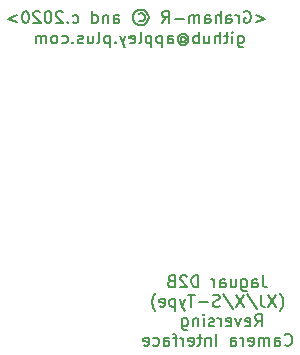
<source format=gbr>
G04 #@! TF.GenerationSoftware,KiCad,Pcbnew,5.1.5-1.fc31*
G04 #@! TF.CreationDate,2020-04-28T16:33:23+01:00*
G04 #@! TF.ProjectId,ReversingCam_FSAV433_ATTINY85_v3.2,52657665-7273-4696-9e67-43616d5f4653,V3.2*
G04 #@! TF.SameCoordinates,Original*
G04 #@! TF.FileFunction,Legend,Bot*
G04 #@! TF.FilePolarity,Positive*
%FSLAX46Y46*%
G04 Gerber Fmt 4.6, Leading zero omitted, Abs format (unit mm)*
G04 Created by KiCad (PCBNEW 5.1.5-1.fc31) date 2020-04-28 16:33:23*
%MOMM*%
%LPD*%
G04 APERTURE LIST*
%ADD10C,0.150000*%
G04 APERTURE END LIST*
D10*
X128483047Y-26506514D02*
X129244952Y-26792228D01*
X128483047Y-27077942D01*
X127483047Y-26220800D02*
X127578285Y-26173180D01*
X127721142Y-26173180D01*
X127864000Y-26220800D01*
X127959238Y-26316038D01*
X128006857Y-26411276D01*
X128054476Y-26601752D01*
X128054476Y-26744609D01*
X128006857Y-26935085D01*
X127959238Y-27030323D01*
X127864000Y-27125561D01*
X127721142Y-27173180D01*
X127625904Y-27173180D01*
X127483047Y-27125561D01*
X127435428Y-27077942D01*
X127435428Y-26744609D01*
X127625904Y-26744609D01*
X127006857Y-27173180D02*
X127006857Y-26506514D01*
X127006857Y-26696990D02*
X126959238Y-26601752D01*
X126911619Y-26554133D01*
X126816380Y-26506514D01*
X126721142Y-26506514D01*
X125959238Y-27173180D02*
X125959238Y-26649371D01*
X126006857Y-26554133D01*
X126102095Y-26506514D01*
X126292571Y-26506514D01*
X126387809Y-26554133D01*
X125959238Y-27125561D02*
X126054476Y-27173180D01*
X126292571Y-27173180D01*
X126387809Y-27125561D01*
X126435428Y-27030323D01*
X126435428Y-26935085D01*
X126387809Y-26839847D01*
X126292571Y-26792228D01*
X126054476Y-26792228D01*
X125959238Y-26744609D01*
X125483047Y-27173180D02*
X125483047Y-26173180D01*
X125054476Y-27173180D02*
X125054476Y-26649371D01*
X125102095Y-26554133D01*
X125197333Y-26506514D01*
X125340190Y-26506514D01*
X125435428Y-26554133D01*
X125483047Y-26601752D01*
X124149714Y-27173180D02*
X124149714Y-26649371D01*
X124197333Y-26554133D01*
X124292571Y-26506514D01*
X124483047Y-26506514D01*
X124578285Y-26554133D01*
X124149714Y-27125561D02*
X124244952Y-27173180D01*
X124483047Y-27173180D01*
X124578285Y-27125561D01*
X124625904Y-27030323D01*
X124625904Y-26935085D01*
X124578285Y-26839847D01*
X124483047Y-26792228D01*
X124244952Y-26792228D01*
X124149714Y-26744609D01*
X123673523Y-27173180D02*
X123673523Y-26506514D01*
X123673523Y-26601752D02*
X123625904Y-26554133D01*
X123530666Y-26506514D01*
X123387809Y-26506514D01*
X123292571Y-26554133D01*
X123244952Y-26649371D01*
X123244952Y-27173180D01*
X123244952Y-26649371D02*
X123197333Y-26554133D01*
X123102095Y-26506514D01*
X122959238Y-26506514D01*
X122864000Y-26554133D01*
X122816380Y-26649371D01*
X122816380Y-27173180D01*
X122340190Y-26792228D02*
X121578285Y-26792228D01*
X120530666Y-27173180D02*
X120864000Y-26696990D01*
X121102095Y-27173180D02*
X121102095Y-26173180D01*
X120721142Y-26173180D01*
X120625904Y-26220800D01*
X120578285Y-26268419D01*
X120530666Y-26363657D01*
X120530666Y-26506514D01*
X120578285Y-26601752D01*
X120625904Y-26649371D01*
X120721142Y-26696990D01*
X121102095Y-26696990D01*
X118530666Y-26411276D02*
X118625904Y-26363657D01*
X118816380Y-26363657D01*
X118911619Y-26411276D01*
X119006857Y-26506514D01*
X119054476Y-26601752D01*
X119054476Y-26792228D01*
X119006857Y-26887466D01*
X118911619Y-26982704D01*
X118816380Y-27030323D01*
X118625904Y-27030323D01*
X118530666Y-26982704D01*
X118721142Y-26030323D02*
X118959238Y-26077942D01*
X119197333Y-26220800D01*
X119340190Y-26458895D01*
X119387809Y-26696990D01*
X119340190Y-26935085D01*
X119197333Y-27173180D01*
X118959238Y-27316038D01*
X118721142Y-27363657D01*
X118483047Y-27316038D01*
X118244952Y-27173180D01*
X118102095Y-26935085D01*
X118054476Y-26696990D01*
X118102095Y-26458895D01*
X118244952Y-26220800D01*
X118483047Y-26077942D01*
X118721142Y-26030323D01*
X116435428Y-27173180D02*
X116435428Y-26649371D01*
X116483047Y-26554133D01*
X116578285Y-26506514D01*
X116768761Y-26506514D01*
X116864000Y-26554133D01*
X116435428Y-27125561D02*
X116530666Y-27173180D01*
X116768761Y-27173180D01*
X116864000Y-27125561D01*
X116911619Y-27030323D01*
X116911619Y-26935085D01*
X116864000Y-26839847D01*
X116768761Y-26792228D01*
X116530666Y-26792228D01*
X116435428Y-26744609D01*
X115959238Y-26506514D02*
X115959238Y-27173180D01*
X115959238Y-26601752D02*
X115911619Y-26554133D01*
X115816380Y-26506514D01*
X115673523Y-26506514D01*
X115578285Y-26554133D01*
X115530666Y-26649371D01*
X115530666Y-27173180D01*
X114625904Y-27173180D02*
X114625904Y-26173180D01*
X114625904Y-27125561D02*
X114721142Y-27173180D01*
X114911619Y-27173180D01*
X115006857Y-27125561D01*
X115054476Y-27077942D01*
X115102095Y-26982704D01*
X115102095Y-26696990D01*
X115054476Y-26601752D01*
X115006857Y-26554133D01*
X114911619Y-26506514D01*
X114721142Y-26506514D01*
X114625904Y-26554133D01*
X112959238Y-27125561D02*
X113054476Y-27173180D01*
X113244952Y-27173180D01*
X113340190Y-27125561D01*
X113387809Y-27077942D01*
X113435428Y-26982704D01*
X113435428Y-26696990D01*
X113387809Y-26601752D01*
X113340190Y-26554133D01*
X113244952Y-26506514D01*
X113054476Y-26506514D01*
X112959238Y-26554133D01*
X112530666Y-27077942D02*
X112483047Y-27125561D01*
X112530666Y-27173180D01*
X112578285Y-27125561D01*
X112530666Y-27077942D01*
X112530666Y-27173180D01*
X112102095Y-26268419D02*
X112054476Y-26220800D01*
X111959238Y-26173180D01*
X111721142Y-26173180D01*
X111625904Y-26220800D01*
X111578285Y-26268419D01*
X111530666Y-26363657D01*
X111530666Y-26458895D01*
X111578285Y-26601752D01*
X112149714Y-27173180D01*
X111530666Y-27173180D01*
X110911619Y-26173180D02*
X110816380Y-26173180D01*
X110721142Y-26220800D01*
X110673523Y-26268419D01*
X110625904Y-26363657D01*
X110578285Y-26554133D01*
X110578285Y-26792228D01*
X110625904Y-26982704D01*
X110673523Y-27077942D01*
X110721142Y-27125561D01*
X110816380Y-27173180D01*
X110911619Y-27173180D01*
X111006857Y-27125561D01*
X111054476Y-27077942D01*
X111102095Y-26982704D01*
X111149714Y-26792228D01*
X111149714Y-26554133D01*
X111102095Y-26363657D01*
X111054476Y-26268419D01*
X111006857Y-26220800D01*
X110911619Y-26173180D01*
X110197333Y-26268419D02*
X110149714Y-26220800D01*
X110054476Y-26173180D01*
X109816380Y-26173180D01*
X109721142Y-26220800D01*
X109673523Y-26268419D01*
X109625904Y-26363657D01*
X109625904Y-26458895D01*
X109673523Y-26601752D01*
X110244952Y-27173180D01*
X109625904Y-27173180D01*
X109006857Y-26173180D02*
X108911619Y-26173180D01*
X108816380Y-26220800D01*
X108768761Y-26268419D01*
X108721142Y-26363657D01*
X108673523Y-26554133D01*
X108673523Y-26792228D01*
X108721142Y-26982704D01*
X108768761Y-27077942D01*
X108816380Y-27125561D01*
X108911619Y-27173180D01*
X109006857Y-27173180D01*
X109102095Y-27125561D01*
X109149714Y-27077942D01*
X109197333Y-26982704D01*
X109244952Y-26792228D01*
X109244952Y-26554133D01*
X109197333Y-26363657D01*
X109149714Y-26268419D01*
X109102095Y-26220800D01*
X109006857Y-26173180D01*
X108244952Y-26506514D02*
X107483047Y-26792228D01*
X108244952Y-27077942D01*
X126951333Y-28233714D02*
X126951333Y-29043238D01*
X126998952Y-29138476D01*
X127046571Y-29186095D01*
X127141809Y-29233714D01*
X127284666Y-29233714D01*
X127379904Y-29186095D01*
X126951333Y-28852761D02*
X127046571Y-28900380D01*
X127237047Y-28900380D01*
X127332285Y-28852761D01*
X127379904Y-28805142D01*
X127427523Y-28709904D01*
X127427523Y-28424190D01*
X127379904Y-28328952D01*
X127332285Y-28281333D01*
X127237047Y-28233714D01*
X127046571Y-28233714D01*
X126951333Y-28281333D01*
X126475142Y-28900380D02*
X126475142Y-28233714D01*
X126475142Y-27900380D02*
X126522761Y-27948000D01*
X126475142Y-27995619D01*
X126427523Y-27948000D01*
X126475142Y-27900380D01*
X126475142Y-27995619D01*
X126141809Y-28233714D02*
X125760857Y-28233714D01*
X125998952Y-27900380D02*
X125998952Y-28757523D01*
X125951333Y-28852761D01*
X125856095Y-28900380D01*
X125760857Y-28900380D01*
X125427523Y-28900380D02*
X125427523Y-27900380D01*
X124998952Y-28900380D02*
X124998952Y-28376571D01*
X125046571Y-28281333D01*
X125141809Y-28233714D01*
X125284666Y-28233714D01*
X125379904Y-28281333D01*
X125427523Y-28328952D01*
X124094190Y-28233714D02*
X124094190Y-28900380D01*
X124522761Y-28233714D02*
X124522761Y-28757523D01*
X124475142Y-28852761D01*
X124379904Y-28900380D01*
X124237047Y-28900380D01*
X124141809Y-28852761D01*
X124094190Y-28805142D01*
X123618000Y-28900380D02*
X123618000Y-27900380D01*
X123618000Y-28281333D02*
X123522761Y-28233714D01*
X123332285Y-28233714D01*
X123237047Y-28281333D01*
X123189428Y-28328952D01*
X123141809Y-28424190D01*
X123141809Y-28709904D01*
X123189428Y-28805142D01*
X123237047Y-28852761D01*
X123332285Y-28900380D01*
X123522761Y-28900380D01*
X123618000Y-28852761D01*
X122094190Y-28424190D02*
X122141809Y-28376571D01*
X122237047Y-28328952D01*
X122332285Y-28328952D01*
X122427523Y-28376571D01*
X122475142Y-28424190D01*
X122522761Y-28519428D01*
X122522761Y-28614666D01*
X122475142Y-28709904D01*
X122427523Y-28757523D01*
X122332285Y-28805142D01*
X122237047Y-28805142D01*
X122141809Y-28757523D01*
X122094190Y-28709904D01*
X122094190Y-28328952D02*
X122094190Y-28709904D01*
X122046571Y-28757523D01*
X121998952Y-28757523D01*
X121903714Y-28709904D01*
X121856095Y-28614666D01*
X121856095Y-28376571D01*
X121951333Y-28233714D01*
X122094190Y-28138476D01*
X122284666Y-28090857D01*
X122475142Y-28138476D01*
X122618000Y-28233714D01*
X122713238Y-28376571D01*
X122760857Y-28567047D01*
X122713238Y-28757523D01*
X122618000Y-28900380D01*
X122475142Y-28995619D01*
X122284666Y-29043238D01*
X122094190Y-28995619D01*
X121951333Y-28900380D01*
X120998952Y-28900380D02*
X120998952Y-28376571D01*
X121046571Y-28281333D01*
X121141809Y-28233714D01*
X121332285Y-28233714D01*
X121427523Y-28281333D01*
X120998952Y-28852761D02*
X121094190Y-28900380D01*
X121332285Y-28900380D01*
X121427523Y-28852761D01*
X121475142Y-28757523D01*
X121475142Y-28662285D01*
X121427523Y-28567047D01*
X121332285Y-28519428D01*
X121094190Y-28519428D01*
X120998952Y-28471809D01*
X120522761Y-28233714D02*
X120522761Y-29233714D01*
X120522761Y-28281333D02*
X120427523Y-28233714D01*
X120237047Y-28233714D01*
X120141809Y-28281333D01*
X120094190Y-28328952D01*
X120046571Y-28424190D01*
X120046571Y-28709904D01*
X120094190Y-28805142D01*
X120141809Y-28852761D01*
X120237047Y-28900380D01*
X120427523Y-28900380D01*
X120522761Y-28852761D01*
X119618000Y-28233714D02*
X119618000Y-29233714D01*
X119618000Y-28281333D02*
X119522761Y-28233714D01*
X119332285Y-28233714D01*
X119237047Y-28281333D01*
X119189428Y-28328952D01*
X119141809Y-28424190D01*
X119141809Y-28709904D01*
X119189428Y-28805142D01*
X119237047Y-28852761D01*
X119332285Y-28900380D01*
X119522761Y-28900380D01*
X119618000Y-28852761D01*
X118570380Y-28900380D02*
X118665619Y-28852761D01*
X118713238Y-28757523D01*
X118713238Y-27900380D01*
X117808476Y-28852761D02*
X117903714Y-28900380D01*
X118094190Y-28900380D01*
X118189428Y-28852761D01*
X118237047Y-28757523D01*
X118237047Y-28376571D01*
X118189428Y-28281333D01*
X118094190Y-28233714D01*
X117903714Y-28233714D01*
X117808476Y-28281333D01*
X117760857Y-28376571D01*
X117760857Y-28471809D01*
X118237047Y-28567047D01*
X117427523Y-28233714D02*
X117189428Y-28900380D01*
X116951333Y-28233714D02*
X117189428Y-28900380D01*
X117284666Y-29138476D01*
X117332285Y-29186095D01*
X117427523Y-29233714D01*
X116570380Y-28805142D02*
X116522761Y-28852761D01*
X116570380Y-28900380D01*
X116618000Y-28852761D01*
X116570380Y-28805142D01*
X116570380Y-28900380D01*
X116094190Y-28233714D02*
X116094190Y-29233714D01*
X116094190Y-28281333D02*
X115998952Y-28233714D01*
X115808476Y-28233714D01*
X115713238Y-28281333D01*
X115665619Y-28328952D01*
X115618000Y-28424190D01*
X115618000Y-28709904D01*
X115665619Y-28805142D01*
X115713238Y-28852761D01*
X115808476Y-28900380D01*
X115998952Y-28900380D01*
X116094190Y-28852761D01*
X115046571Y-28900380D02*
X115141809Y-28852761D01*
X115189428Y-28757523D01*
X115189428Y-27900380D01*
X114237047Y-28233714D02*
X114237047Y-28900380D01*
X114665619Y-28233714D02*
X114665619Y-28757523D01*
X114618000Y-28852761D01*
X114522761Y-28900380D01*
X114379904Y-28900380D01*
X114284666Y-28852761D01*
X114237047Y-28805142D01*
X113808476Y-28852761D02*
X113713238Y-28900380D01*
X113522761Y-28900380D01*
X113427523Y-28852761D01*
X113379904Y-28757523D01*
X113379904Y-28709904D01*
X113427523Y-28614666D01*
X113522761Y-28567047D01*
X113665619Y-28567047D01*
X113760857Y-28519428D01*
X113808476Y-28424190D01*
X113808476Y-28376571D01*
X113760857Y-28281333D01*
X113665619Y-28233714D01*
X113522761Y-28233714D01*
X113427523Y-28281333D01*
X112951333Y-28805142D02*
X112903714Y-28852761D01*
X112951333Y-28900380D01*
X112998952Y-28852761D01*
X112951333Y-28805142D01*
X112951333Y-28900380D01*
X112046571Y-28852761D02*
X112141809Y-28900380D01*
X112332285Y-28900380D01*
X112427523Y-28852761D01*
X112475142Y-28805142D01*
X112522761Y-28709904D01*
X112522761Y-28424190D01*
X112475142Y-28328952D01*
X112427523Y-28281333D01*
X112332285Y-28233714D01*
X112141809Y-28233714D01*
X112046571Y-28281333D01*
X111475142Y-28900380D02*
X111570380Y-28852761D01*
X111618000Y-28805142D01*
X111665619Y-28709904D01*
X111665619Y-28424190D01*
X111618000Y-28328952D01*
X111570380Y-28281333D01*
X111475142Y-28233714D01*
X111332285Y-28233714D01*
X111237047Y-28281333D01*
X111189428Y-28328952D01*
X111141809Y-28424190D01*
X111141809Y-28709904D01*
X111189428Y-28805142D01*
X111237047Y-28852761D01*
X111332285Y-28900380D01*
X111475142Y-28900380D01*
X110713238Y-28900380D02*
X110713238Y-28233714D01*
X110713238Y-28328952D02*
X110665619Y-28281333D01*
X110570380Y-28233714D01*
X110427523Y-28233714D01*
X110332285Y-28281333D01*
X110284666Y-28376571D01*
X110284666Y-28900380D01*
X110284666Y-28376571D02*
X110237047Y-28281333D01*
X110141809Y-28233714D01*
X109998952Y-28233714D01*
X109903714Y-28281333D01*
X109856095Y-28376571D01*
X109856095Y-28900380D01*
X129055333Y-48539380D02*
X129055333Y-49253666D01*
X129102952Y-49396523D01*
X129198190Y-49491761D01*
X129341047Y-49539380D01*
X129436285Y-49539380D01*
X128150571Y-49539380D02*
X128150571Y-49015571D01*
X128198190Y-48920333D01*
X128293428Y-48872714D01*
X128483904Y-48872714D01*
X128579142Y-48920333D01*
X128150571Y-49491761D02*
X128245809Y-49539380D01*
X128483904Y-49539380D01*
X128579142Y-49491761D01*
X128626761Y-49396523D01*
X128626761Y-49301285D01*
X128579142Y-49206047D01*
X128483904Y-49158428D01*
X128245809Y-49158428D01*
X128150571Y-49110809D01*
X127245809Y-48872714D02*
X127245809Y-49682238D01*
X127293428Y-49777476D01*
X127341047Y-49825095D01*
X127436285Y-49872714D01*
X127579142Y-49872714D01*
X127674380Y-49825095D01*
X127245809Y-49491761D02*
X127341047Y-49539380D01*
X127531523Y-49539380D01*
X127626761Y-49491761D01*
X127674380Y-49444142D01*
X127722000Y-49348904D01*
X127722000Y-49063190D01*
X127674380Y-48967952D01*
X127626761Y-48920333D01*
X127531523Y-48872714D01*
X127341047Y-48872714D01*
X127245809Y-48920333D01*
X126341047Y-48872714D02*
X126341047Y-49539380D01*
X126769619Y-48872714D02*
X126769619Y-49396523D01*
X126722000Y-49491761D01*
X126626761Y-49539380D01*
X126483904Y-49539380D01*
X126388666Y-49491761D01*
X126341047Y-49444142D01*
X125436285Y-49539380D02*
X125436285Y-49015571D01*
X125483904Y-48920333D01*
X125579142Y-48872714D01*
X125769619Y-48872714D01*
X125864857Y-48920333D01*
X125436285Y-49491761D02*
X125531523Y-49539380D01*
X125769619Y-49539380D01*
X125864857Y-49491761D01*
X125912476Y-49396523D01*
X125912476Y-49301285D01*
X125864857Y-49206047D01*
X125769619Y-49158428D01*
X125531523Y-49158428D01*
X125436285Y-49110809D01*
X124960095Y-49539380D02*
X124960095Y-48872714D01*
X124960095Y-49063190D02*
X124912476Y-48967952D01*
X124864857Y-48920333D01*
X124769619Y-48872714D01*
X124674380Y-48872714D01*
X123579142Y-49539380D02*
X123579142Y-48539380D01*
X123341047Y-48539380D01*
X123198190Y-48587000D01*
X123102952Y-48682238D01*
X123055333Y-48777476D01*
X123007714Y-48967952D01*
X123007714Y-49110809D01*
X123055333Y-49301285D01*
X123102952Y-49396523D01*
X123198190Y-49491761D01*
X123341047Y-49539380D01*
X123579142Y-49539380D01*
X122626761Y-48634619D02*
X122579142Y-48587000D01*
X122483904Y-48539380D01*
X122245809Y-48539380D01*
X122150571Y-48587000D01*
X122102952Y-48634619D01*
X122055333Y-48729857D01*
X122055333Y-48825095D01*
X122102952Y-48967952D01*
X122674380Y-49539380D01*
X122055333Y-49539380D01*
X121293428Y-49015571D02*
X121150571Y-49063190D01*
X121102952Y-49110809D01*
X121055333Y-49206047D01*
X121055333Y-49348904D01*
X121102952Y-49444142D01*
X121150571Y-49491761D01*
X121245809Y-49539380D01*
X121626761Y-49539380D01*
X121626761Y-48539380D01*
X121293428Y-48539380D01*
X121198190Y-48587000D01*
X121150571Y-48634619D01*
X121102952Y-48729857D01*
X121102952Y-48825095D01*
X121150571Y-48920333D01*
X121198190Y-48967952D01*
X121293428Y-49015571D01*
X121626761Y-49015571D01*
X130483904Y-51570333D02*
X130531523Y-51522714D01*
X130626761Y-51379857D01*
X130674380Y-51284619D01*
X130722000Y-51141761D01*
X130769619Y-50903666D01*
X130769619Y-50713190D01*
X130722000Y-50475095D01*
X130674380Y-50332238D01*
X130626761Y-50237000D01*
X130531523Y-50094142D01*
X130483904Y-50046523D01*
X130198190Y-50189380D02*
X129531523Y-51189380D01*
X129531523Y-50189380D02*
X130198190Y-51189380D01*
X128864857Y-50189380D02*
X128864857Y-50903666D01*
X128912476Y-51046523D01*
X129007714Y-51141761D01*
X129150571Y-51189380D01*
X129245809Y-51189380D01*
X127674380Y-50141761D02*
X128531523Y-51427476D01*
X127436285Y-50189380D02*
X126769619Y-51189380D01*
X126769619Y-50189380D02*
X127436285Y-51189380D01*
X125674380Y-50141761D02*
X126531523Y-51427476D01*
X125388666Y-51141761D02*
X125245809Y-51189380D01*
X125007714Y-51189380D01*
X124912476Y-51141761D01*
X124864857Y-51094142D01*
X124817238Y-50998904D01*
X124817238Y-50903666D01*
X124864857Y-50808428D01*
X124912476Y-50760809D01*
X125007714Y-50713190D01*
X125198190Y-50665571D01*
X125293428Y-50617952D01*
X125341047Y-50570333D01*
X125388666Y-50475095D01*
X125388666Y-50379857D01*
X125341047Y-50284619D01*
X125293428Y-50237000D01*
X125198190Y-50189380D01*
X124960095Y-50189380D01*
X124817238Y-50237000D01*
X124388666Y-50808428D02*
X123626761Y-50808428D01*
X123293428Y-50189380D02*
X122722000Y-50189380D01*
X123007714Y-51189380D02*
X123007714Y-50189380D01*
X122483904Y-50522714D02*
X122245809Y-51189380D01*
X122007714Y-50522714D02*
X122245809Y-51189380D01*
X122341047Y-51427476D01*
X122388666Y-51475095D01*
X122483904Y-51522714D01*
X121626761Y-50522714D02*
X121626761Y-51522714D01*
X121626761Y-50570333D02*
X121531523Y-50522714D01*
X121341047Y-50522714D01*
X121245809Y-50570333D01*
X121198190Y-50617952D01*
X121150571Y-50713190D01*
X121150571Y-50998904D01*
X121198190Y-51094142D01*
X121245809Y-51141761D01*
X121341047Y-51189380D01*
X121531523Y-51189380D01*
X121626761Y-51141761D01*
X120341047Y-51141761D02*
X120436285Y-51189380D01*
X120626761Y-51189380D01*
X120722000Y-51141761D01*
X120769619Y-51046523D01*
X120769619Y-50665571D01*
X120722000Y-50570333D01*
X120626761Y-50522714D01*
X120436285Y-50522714D01*
X120341047Y-50570333D01*
X120293428Y-50665571D01*
X120293428Y-50760809D01*
X120769619Y-50856047D01*
X119960095Y-51570333D02*
X119912476Y-51522714D01*
X119817238Y-51379857D01*
X119769619Y-51284619D01*
X119722000Y-51141761D01*
X119674380Y-50903666D01*
X119674380Y-50713190D01*
X119722000Y-50475095D01*
X119769619Y-50332238D01*
X119817238Y-50237000D01*
X119912476Y-50094142D01*
X119960095Y-50046523D01*
X128388666Y-52839380D02*
X128722000Y-52363190D01*
X128960095Y-52839380D02*
X128960095Y-51839380D01*
X128579142Y-51839380D01*
X128483904Y-51887000D01*
X128436285Y-51934619D01*
X128388666Y-52029857D01*
X128388666Y-52172714D01*
X128436285Y-52267952D01*
X128483904Y-52315571D01*
X128579142Y-52363190D01*
X128960095Y-52363190D01*
X127579142Y-52791761D02*
X127674380Y-52839380D01*
X127864857Y-52839380D01*
X127960095Y-52791761D01*
X128007714Y-52696523D01*
X128007714Y-52315571D01*
X127960095Y-52220333D01*
X127864857Y-52172714D01*
X127674380Y-52172714D01*
X127579142Y-52220333D01*
X127531523Y-52315571D01*
X127531523Y-52410809D01*
X128007714Y-52506047D01*
X127198190Y-52172714D02*
X126960095Y-52839380D01*
X126722000Y-52172714D01*
X125960095Y-52791761D02*
X126055333Y-52839380D01*
X126245809Y-52839380D01*
X126341047Y-52791761D01*
X126388666Y-52696523D01*
X126388666Y-52315571D01*
X126341047Y-52220333D01*
X126245809Y-52172714D01*
X126055333Y-52172714D01*
X125960095Y-52220333D01*
X125912476Y-52315571D01*
X125912476Y-52410809D01*
X126388666Y-52506047D01*
X125483904Y-52839380D02*
X125483904Y-52172714D01*
X125483904Y-52363190D02*
X125436285Y-52267952D01*
X125388666Y-52220333D01*
X125293428Y-52172714D01*
X125198190Y-52172714D01*
X124912476Y-52791761D02*
X124817238Y-52839380D01*
X124626761Y-52839380D01*
X124531523Y-52791761D01*
X124483904Y-52696523D01*
X124483904Y-52648904D01*
X124531523Y-52553666D01*
X124626761Y-52506047D01*
X124769619Y-52506047D01*
X124864857Y-52458428D01*
X124912476Y-52363190D01*
X124912476Y-52315571D01*
X124864857Y-52220333D01*
X124769619Y-52172714D01*
X124626761Y-52172714D01*
X124531523Y-52220333D01*
X124055333Y-52839380D02*
X124055333Y-52172714D01*
X124055333Y-51839380D02*
X124102952Y-51887000D01*
X124055333Y-51934619D01*
X124007714Y-51887000D01*
X124055333Y-51839380D01*
X124055333Y-51934619D01*
X123579142Y-52172714D02*
X123579142Y-52839380D01*
X123579142Y-52267952D02*
X123531523Y-52220333D01*
X123436285Y-52172714D01*
X123293428Y-52172714D01*
X123198190Y-52220333D01*
X123150571Y-52315571D01*
X123150571Y-52839380D01*
X122245809Y-52172714D02*
X122245809Y-52982238D01*
X122293428Y-53077476D01*
X122341047Y-53125095D01*
X122436285Y-53172714D01*
X122579142Y-53172714D01*
X122674380Y-53125095D01*
X122245809Y-52791761D02*
X122341047Y-52839380D01*
X122531523Y-52839380D01*
X122626761Y-52791761D01*
X122674380Y-52744142D01*
X122722000Y-52648904D01*
X122722000Y-52363190D01*
X122674380Y-52267952D01*
X122626761Y-52220333D01*
X122531523Y-52172714D01*
X122341047Y-52172714D01*
X122245809Y-52220333D01*
X130912476Y-54394142D02*
X130960095Y-54441761D01*
X131102952Y-54489380D01*
X131198190Y-54489380D01*
X131341047Y-54441761D01*
X131436285Y-54346523D01*
X131483904Y-54251285D01*
X131531523Y-54060809D01*
X131531523Y-53917952D01*
X131483904Y-53727476D01*
X131436285Y-53632238D01*
X131341047Y-53537000D01*
X131198190Y-53489380D01*
X131102952Y-53489380D01*
X130960095Y-53537000D01*
X130912476Y-53584619D01*
X130055333Y-54489380D02*
X130055333Y-53965571D01*
X130102952Y-53870333D01*
X130198190Y-53822714D01*
X130388666Y-53822714D01*
X130483904Y-53870333D01*
X130055333Y-54441761D02*
X130150571Y-54489380D01*
X130388666Y-54489380D01*
X130483904Y-54441761D01*
X130531523Y-54346523D01*
X130531523Y-54251285D01*
X130483904Y-54156047D01*
X130388666Y-54108428D01*
X130150571Y-54108428D01*
X130055333Y-54060809D01*
X129579142Y-54489380D02*
X129579142Y-53822714D01*
X129579142Y-53917952D02*
X129531523Y-53870333D01*
X129436285Y-53822714D01*
X129293428Y-53822714D01*
X129198190Y-53870333D01*
X129150571Y-53965571D01*
X129150571Y-54489380D01*
X129150571Y-53965571D02*
X129102952Y-53870333D01*
X129007714Y-53822714D01*
X128864857Y-53822714D01*
X128769619Y-53870333D01*
X128722000Y-53965571D01*
X128722000Y-54489380D01*
X127864857Y-54441761D02*
X127960095Y-54489380D01*
X128150571Y-54489380D01*
X128245809Y-54441761D01*
X128293428Y-54346523D01*
X128293428Y-53965571D01*
X128245809Y-53870333D01*
X128150571Y-53822714D01*
X127960095Y-53822714D01*
X127864857Y-53870333D01*
X127817238Y-53965571D01*
X127817238Y-54060809D01*
X128293428Y-54156047D01*
X127388666Y-54489380D02*
X127388666Y-53822714D01*
X127388666Y-54013190D02*
X127341047Y-53917952D01*
X127293428Y-53870333D01*
X127198190Y-53822714D01*
X127102952Y-53822714D01*
X126341047Y-54489380D02*
X126341047Y-53965571D01*
X126388666Y-53870333D01*
X126483904Y-53822714D01*
X126674380Y-53822714D01*
X126769619Y-53870333D01*
X126341047Y-54441761D02*
X126436285Y-54489380D01*
X126674380Y-54489380D01*
X126769619Y-54441761D01*
X126817238Y-54346523D01*
X126817238Y-54251285D01*
X126769619Y-54156047D01*
X126674380Y-54108428D01*
X126436285Y-54108428D01*
X126341047Y-54060809D01*
X125102952Y-54489380D02*
X125102952Y-53489380D01*
X124626761Y-53822714D02*
X124626761Y-54489380D01*
X124626761Y-53917952D02*
X124579142Y-53870333D01*
X124483904Y-53822714D01*
X124341047Y-53822714D01*
X124245809Y-53870333D01*
X124198190Y-53965571D01*
X124198190Y-54489380D01*
X123864857Y-53822714D02*
X123483904Y-53822714D01*
X123722000Y-53489380D02*
X123722000Y-54346523D01*
X123674380Y-54441761D01*
X123579142Y-54489380D01*
X123483904Y-54489380D01*
X122769619Y-54441761D02*
X122864857Y-54489380D01*
X123055333Y-54489380D01*
X123150571Y-54441761D01*
X123198190Y-54346523D01*
X123198190Y-53965571D01*
X123150571Y-53870333D01*
X123055333Y-53822714D01*
X122864857Y-53822714D01*
X122769619Y-53870333D01*
X122722000Y-53965571D01*
X122722000Y-54060809D01*
X123198190Y-54156047D01*
X122293428Y-54489380D02*
X122293428Y-53822714D01*
X122293428Y-54013190D02*
X122245809Y-53917952D01*
X122198190Y-53870333D01*
X122102952Y-53822714D01*
X122007714Y-53822714D01*
X121817238Y-53822714D02*
X121436285Y-53822714D01*
X121674380Y-54489380D02*
X121674380Y-53632238D01*
X121626761Y-53537000D01*
X121531523Y-53489380D01*
X121436285Y-53489380D01*
X120674380Y-54489380D02*
X120674380Y-53965571D01*
X120722000Y-53870333D01*
X120817238Y-53822714D01*
X121007714Y-53822714D01*
X121102952Y-53870333D01*
X120674380Y-54441761D02*
X120769619Y-54489380D01*
X121007714Y-54489380D01*
X121102952Y-54441761D01*
X121150571Y-54346523D01*
X121150571Y-54251285D01*
X121102952Y-54156047D01*
X121007714Y-54108428D01*
X120769619Y-54108428D01*
X120674380Y-54060809D01*
X119769619Y-54441761D02*
X119864857Y-54489380D01*
X120055333Y-54489380D01*
X120150571Y-54441761D01*
X120198190Y-54394142D01*
X120245809Y-54298904D01*
X120245809Y-54013190D01*
X120198190Y-53917952D01*
X120150571Y-53870333D01*
X120055333Y-53822714D01*
X119864857Y-53822714D01*
X119769619Y-53870333D01*
X118960095Y-54441761D02*
X119055333Y-54489380D01*
X119245809Y-54489380D01*
X119341047Y-54441761D01*
X119388666Y-54346523D01*
X119388666Y-53965571D01*
X119341047Y-53870333D01*
X119245809Y-53822714D01*
X119055333Y-53822714D01*
X118960095Y-53870333D01*
X118912476Y-53965571D01*
X118912476Y-54060809D01*
X119388666Y-54156047D01*
M02*

</source>
